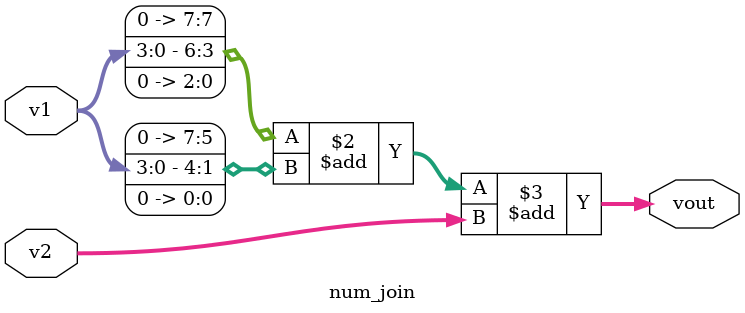
<source format=v>

module num_join(
    input [3:0] v1,  // Ê®Î»
    input [3:0] v2,  // ¸öÎ»
    output  reg  [7:0] vout // Êä³ö
);

// Æ´½Ó¸öÎ»v2ºÍÊ®Î»v1, (v1*10+v2)
always @(*) begin
    vout = {v1, 3'b0} + {v1, 1'b0} + v2;
end

endmodule
</source>
